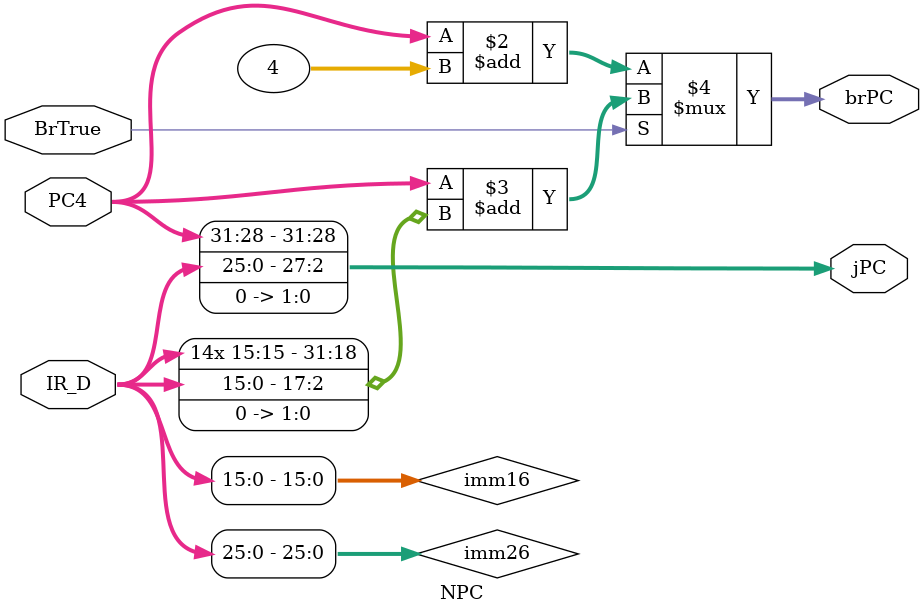
<source format=v>
`timescale 1ns / 1ps
module NPC(
    input [31:0] PC4,
    input [31:0] IR_D,
    input BrTrue,
    output [31:0] brPC,
	 output [31:0] jPC
    );
	wire [15:0] imm16;
	wire [25:0] imm26;
	assign imm26 = IR_D[25:0];
	assign imm16 = IR_D[15:0];

	assign brPC = (BrTrue==0)? PC4+4:
		          PC4+{{14{imm16[15]}},imm16,{2{1'b0}}};
	assign jPC = {PC4[31:28],imm26,{2{1'b0}}};										 
endmodule

</source>
